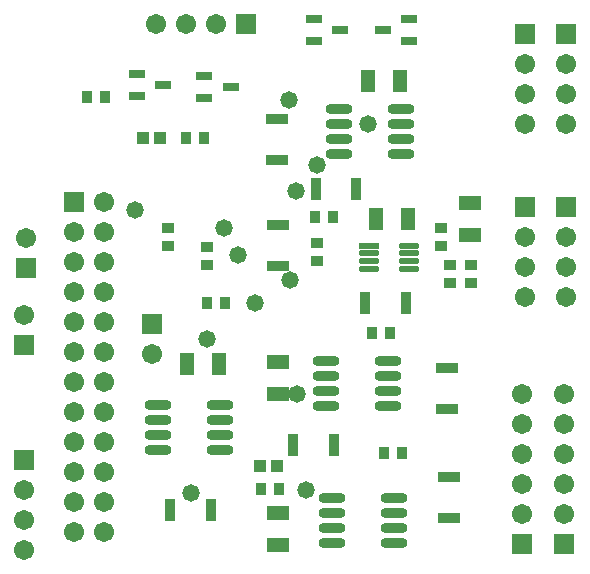
<source format=gts>
G04 Layer_Color=8388736*
%FSLAX44Y44*%
%MOMM*%
G71*
G01*
G75*
%ADD35R,0.9032X1.1032*%
%ADD36O,2.3032X0.9032*%
%ADD37R,1.9032X0.9532*%
%ADD38R,1.1032X0.9032*%
%ADD39R,1.3032X1.9032*%
%ADD40R,1.3532X0.8032*%
%ADD41R,1.9032X1.3032*%
%ADD42R,0.9532X1.9032*%
%ADD43R,1.0032X1.1032*%
%ADD44O,1.8032X0.5032*%
%ADD45R,1.8032X0.5032*%
%ADD46R,1.7032X1.7032*%
%ADD47C,1.7032*%
%ADD48R,1.7032X1.7032*%
%ADD49C,1.4732*%
D35*
X186570Y228600D02*
D03*
X171570D02*
D03*
X321430Y101600D02*
D03*
X336430D02*
D03*
X84970Y402590D02*
D03*
X69970D02*
D03*
X217290Y71120D02*
D03*
X232290D02*
D03*
X311270Y203200D02*
D03*
X326270D02*
D03*
X168790Y368300D02*
D03*
X153790D02*
D03*
X263010Y300990D02*
D03*
X278010D02*
D03*
D36*
X335910Y354330D02*
D03*
Y367030D02*
D03*
Y379730D02*
D03*
Y392430D02*
D03*
X282910Y354330D02*
D03*
Y367030D02*
D03*
Y379730D02*
D03*
Y392430D02*
D03*
X271950Y179070D02*
D03*
Y166370D02*
D03*
Y153670D02*
D03*
Y140970D02*
D03*
X324950Y179070D02*
D03*
Y166370D02*
D03*
Y153670D02*
D03*
Y140970D02*
D03*
X277030Y63500D02*
D03*
Y50800D02*
D03*
Y38100D02*
D03*
Y25400D02*
D03*
X330030Y63500D02*
D03*
Y50800D02*
D03*
Y38100D02*
D03*
Y25400D02*
D03*
X182710Y104140D02*
D03*
Y116840D02*
D03*
Y129540D02*
D03*
Y142240D02*
D03*
X129710Y104140D02*
D03*
Y116840D02*
D03*
Y129540D02*
D03*
Y142240D02*
D03*
D37*
X230670Y349780D02*
D03*
Y384280D02*
D03*
X375920Y80750D02*
D03*
Y46250D02*
D03*
X374650Y173460D02*
D03*
Y138960D02*
D03*
X231140Y294110D02*
D03*
Y259610D02*
D03*
D38*
X138430Y276980D02*
D03*
Y291980D02*
D03*
X171450Y275470D02*
D03*
Y260470D02*
D03*
X264160Y264280D02*
D03*
Y279280D02*
D03*
X394970Y245230D02*
D03*
Y260230D02*
D03*
X377190Y245230D02*
D03*
Y260230D02*
D03*
X369570Y291980D02*
D03*
Y276980D02*
D03*
D39*
X181140Y176530D02*
D03*
X154140D02*
D03*
X334810Y416560D02*
D03*
X307810D02*
D03*
X314160Y299720D02*
D03*
X341160D02*
D03*
D40*
X320220Y459740D02*
D03*
X342720Y469240D02*
D03*
Y450240D02*
D03*
X284300Y459740D02*
D03*
X261800Y450240D02*
D03*
Y469240D02*
D03*
X191590Y411480D02*
D03*
X169090Y401980D02*
D03*
Y420980D02*
D03*
X134440Y412750D02*
D03*
X111940Y403250D02*
D03*
Y422250D02*
D03*
D41*
X231140Y50330D02*
D03*
Y23330D02*
D03*
Y178600D02*
D03*
Y151600D02*
D03*
X393700Y286220D02*
D03*
Y313220D02*
D03*
D42*
X140230Y53340D02*
D03*
X174730D02*
D03*
X244370Y107950D02*
D03*
X278870D02*
D03*
X339830Y228600D02*
D03*
X305330D02*
D03*
X263420Y325120D02*
D03*
X297920D02*
D03*
D43*
X230520Y90170D02*
D03*
X216520D02*
D03*
X117460Y368300D02*
D03*
X131460D02*
D03*
D44*
X342610Y257360D02*
D03*
Y263860D02*
D03*
Y270360D02*
D03*
Y276860D02*
D03*
X308610Y257360D02*
D03*
Y263860D02*
D03*
Y270360D02*
D03*
D45*
Y276860D02*
D03*
D46*
X474980Y309880D02*
D03*
X440690D02*
D03*
X474980Y455930D02*
D03*
X440690D02*
D03*
X473710Y24130D02*
D03*
X438150D02*
D03*
X16510Y95250D02*
D03*
Y193040D02*
D03*
X17780Y257810D02*
D03*
X58420Y313690D02*
D03*
X124460Y210820D02*
D03*
D47*
X474980Y284480D02*
D03*
Y259080D02*
D03*
Y233680D02*
D03*
X440690Y284480D02*
D03*
Y259080D02*
D03*
Y233680D02*
D03*
X474980Y430530D02*
D03*
Y405130D02*
D03*
Y379730D02*
D03*
X440690Y430530D02*
D03*
Y405130D02*
D03*
Y379730D02*
D03*
X473710Y151130D02*
D03*
Y125730D02*
D03*
Y100330D02*
D03*
Y74930D02*
D03*
Y49530D02*
D03*
X438150Y151130D02*
D03*
Y125730D02*
D03*
Y100330D02*
D03*
Y74930D02*
D03*
Y49530D02*
D03*
X16510Y69850D02*
D03*
Y44450D02*
D03*
Y19050D02*
D03*
Y218440D02*
D03*
X17780Y283210D02*
D03*
X83820Y34290D02*
D03*
X58420D02*
D03*
X83820Y59690D02*
D03*
X58420D02*
D03*
X83820Y85090D02*
D03*
X58420D02*
D03*
X83820Y110490D02*
D03*
X58420D02*
D03*
X83820Y135890D02*
D03*
X58420D02*
D03*
X83820Y161290D02*
D03*
X58420D02*
D03*
X83820Y186690D02*
D03*
X58420D02*
D03*
X83820Y212090D02*
D03*
X58420D02*
D03*
X83820Y237490D02*
D03*
X58420D02*
D03*
X83820Y262890D02*
D03*
X58420D02*
D03*
X83820Y288290D02*
D03*
X58420D02*
D03*
X83820Y313690D02*
D03*
X179070Y464820D02*
D03*
X153670D02*
D03*
X128270D02*
D03*
X124460Y185420D02*
D03*
D48*
X204470Y464820D02*
D03*
D49*
X264160Y345440D02*
D03*
X255270Y69850D02*
D03*
X171570Y198240D02*
D03*
X185674Y291980D02*
D03*
X157480Y67818D02*
D03*
X197612Y269240D02*
D03*
X241046Y400050D02*
D03*
X246634Y323342D02*
D03*
X110236Y307354D02*
D03*
X247396Y151130D02*
D03*
X307810Y379730D02*
D03*
X212344Y228600D02*
D03*
X241808Y248158D02*
D03*
M02*

</source>
